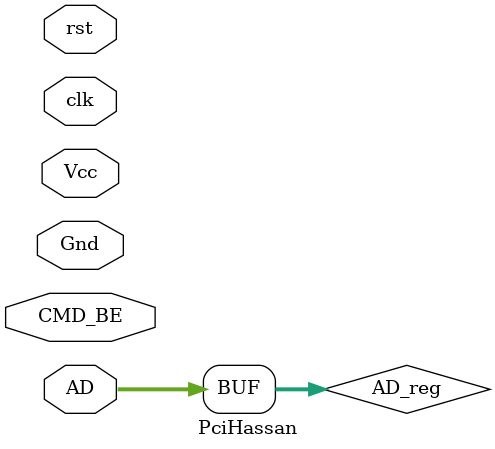
<source format=v>
`timescale 1ns / 1ps
`include "..\..\Arbiter_Module\Arbiter_Hassan\ArbiterHassan.v"

module PciHassan(
	input						Vcc,
	input						Gnd,
	input						clk,
	input						rst,
	input[3:0]				CMD_BE,
	inout[31:0]				AD
    );
	 reg[31:0]				AD_reg;
	 
	 //Continous Assignment of AD in case IRDY is asserted
	 assign AD = AD_reg;
	 initial begin
		//declare Arbiter module portlist
		
		//Instanciate Arbiter object
		//ArbiterHassan arbt();
	 end
	 //Check which device has GNT w.r.t priority
	 always @ (posedge clk) begin
		//check assertion of GNT
			//Assert the FRAME signal
			//Set device's Address
	 end
	 always @ (posedge clk) begin
		//check FRAME Signal
			//Deassert FRAME and GNT
			//Assert IRDY and TRDY,DEVSEL
			//Set Data Frame
	 end


endmodule

</source>
